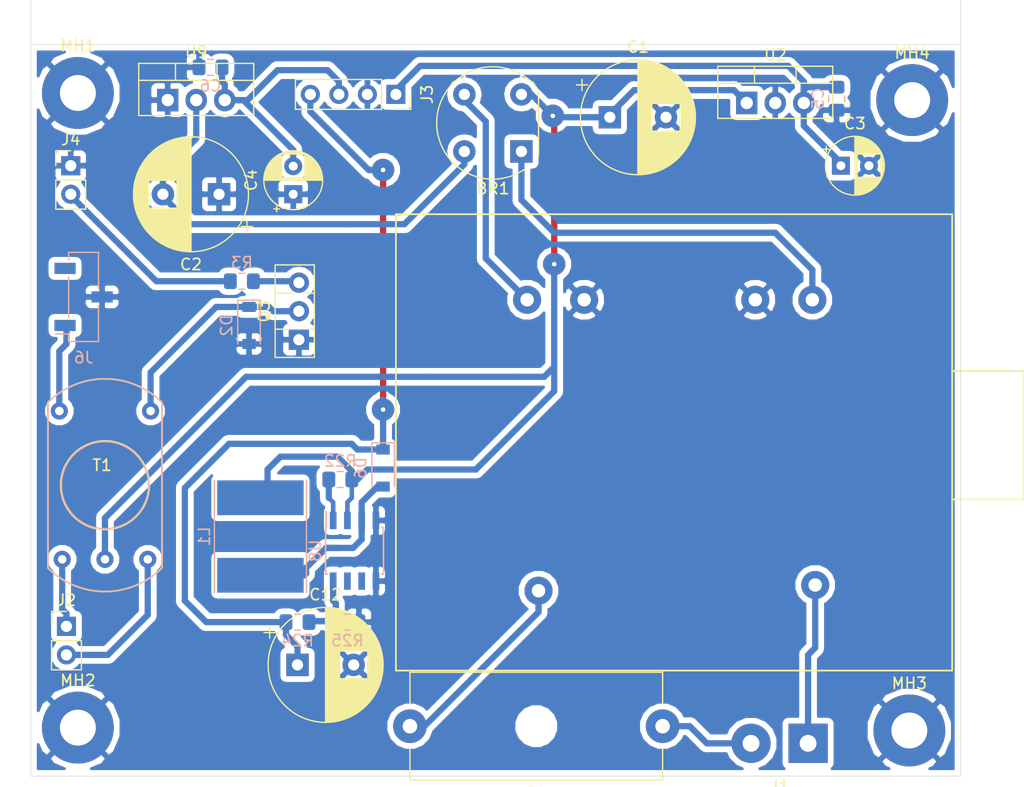
<source format=kicad_pcb>
(kicad_pcb (version 20171130) (host pcbnew 6.0.0-rc1-unknown-dc21a60~66~ubuntu16.04.1)
  (layers (0 F.Cu signal) (31 B.Cu signal) (34 B.Paste user) (35 F.Paste user) (36 B.SilkS user) (37 F.SilkS user hide) (38 B.Mask user) (39 F.Mask user) (44 Edge.Cuts user))
  (net 0 "")
  (net 1 "Net-(BR1-Pad4)")
  (net 2 /UNR_5V)
  (net 3 GND)
  (net 4 +5V)
  (net 5 -5V)
  (net 6 /240AV-)
  (net 7 +36V)
  (net 8 "Net-(D2-Pad1)")
  (net 9 /240AV+)
  (net 10 "Net-(D6-Pad2)")
  (net 11 "Net-(F1-Pad1)")
  (net 12 "Net-(R22-Pad2)")
  (net 13 "Net-(R24-Pad2)")
  (net 14 /FB2)
  (net 15 /FB1)
  (net 16 "Net-(BR1-Pad3)")
  (net 17 "Net-(BR1-Pad1)")
  (net 18 "Net-(J4-Pad2)")
  (net 19 "Net-(Q3-Pad3)")
  (net 20 "Net-(J6-Pad1)")
  (module custom:Trafo_Conrad (layer F.Cu) (at 98.806 57.15)
    (fp_text reference T2 hide)
    (fp_text value 220V-7V5 hide)
    (pad 6 thru_hole circle (at -14.986 -12.7) (size 2.5 2.5) (drill 1.2) (layers *.Cu *.Mask) (net 16 "Net-(BR1-Pad3)"))
    (pad 5 thru_hole circle (at -9.906 -12.7) (size 2.5 2.5) (drill 1.2) (layers *.Cu *.Mask) (net 3 GND))
    (pad 4 thru_hole circle (at 5.334 -12.7) (size 2.5 2.5) (drill 1.2) (layers *.Cu *.Mask) (net 3 GND))
    (pad 3 thru_hole circle (at 10.414 -12.7) (size 2.5 2.5) (drill 1.2) (layers *.Cu *.Mask) (net 17 "Net-(BR1-Pad1)"))
    (pad 2 thru_hole circle (at 10.668 12.7) (size 2.5 2.5) (drill 1.2) (layers *.Cu *.Mask) (net 6 /240AV-))
    (pad 1 thru_hole circle (at -13.97 13.208) (size 2.5 2.5) (drill 1.2) (layers *.Cu *.Mask) (net 9 /240AV+))
  )
  (module Capacitor_THT:CP_Radial_D10.0mm_P5.00mm (layer F.Cu) (at 91.186 28.194)
    (fp_text reference C1 (at 2.5 -6.25) (layer F.SilkS))
    (fp_text value 1500u/16v)
    (pad 1 thru_hole rect (at 0 0) (size 2 2) (drill 1) (layers *.Cu *.Mask) (net 2 /UNR_5V))
    (pad 2 thru_hole circle (at 5 0) (size 2 2) (drill 1) (layers *.Cu *.Mask) (net 3 GND))
  )
  (module Capacitor_THT:CP_Radial_D10.0mm_P5.00mm (layer F.Cu) (at 56.388 35.052 180)
    (fp_text reference C2 (at 2.5 -6.25 180) (layer F.SilkS))
    (fp_text value 1500u/16v)
    (pad 2 thru_hole circle (at 5 0 180) (size 2 2) (drill 1) (layers *.Cu *.Mask) (net 1 "Net-(BR1-Pad4)"))
    (pad 1 thru_hole rect (at 0 0 180) (size 2 2) (drill 1) (layers *.Cu *.Mask) (net 3 GND))
  )
  (module Capacitor_THT:CP_Radial_D5.0mm_P2.50mm (layer F.Cu) (at 111.76 32.512)
    (fp_text reference C3 (at 1.25 -3.75) (layer F.SilkS))
    (fp_text value 47u)
    (pad 1 thru_hole rect (at 0 0) (size 1.6 1.6) (drill 0.8) (layers *.Cu *.Mask) (net 4 +5V))
    (pad 2 thru_hole circle (at 2.5 0) (size 1.6 1.6) (drill 0.8) (layers *.Cu *.Mask) (net 3 GND))
  )
  (module Capacitor_THT:CP_Radial_D5.0mm_P2.50mm (layer F.Cu) (at 62.992 35.052 90)
    (fp_text reference C4 (at 1.25 -3.75 90) (layer F.SilkS))
    (fp_text value 47u)
    (pad 2 thru_hole circle (at 2.5 0 90) (size 1.6 1.6) (drill 0.8) (layers *.Cu *.Mask) (net 5 -5V))
    (pad 1 thru_hole rect (at 0 0 90) (size 1.6 1.6) (drill 0.8) (layers *.Cu *.Mask) (net 3 GND))
  )
  (module Capacitor_SMD:C_0805_2012Metric_Pad1.15x1.40mm_HandSolder (layer B.Cu) (at 111.379 26.543 270)
    (fp_text reference C5 (at 0 1.65 270) (layer B.SilkS) (effects (justify mirror)))
    (fp_text value 330n)
    (pad 1 smd roundrect (at -1.025 0 270) (size 1.15 1.4) (layers B.Cu B.Paste B.Mask) (roundrect_rratio 0.217391) (net 4 +5V))
    (pad 2 smd roundrect (at 1.025 0 270) (size 1.15 1.4) (layers B.Cu B.Paste B.Mask) (roundrect_rratio 0.217391) (net 3 GND))
  )
  (module Capacitor_SMD:C_0805_2012Metric_Pad1.15x1.40mm_HandSolder (layer B.Cu) (at 55.626 23.749)
    (fp_text reference C6 (at 0 1.65) (layer B.SilkS) (effects (justify mirror)))
    (fp_text value 330n)
    (pad 2 smd roundrect (at 1.025 0) (size 1.15 1.4) (layers B.Cu B.Paste B.Mask) (roundrect_rratio 0.217391) (net 5 -5V))
    (pad 1 smd roundrect (at -1.025 0) (size 1.15 1.4) (layers B.Cu B.Paste B.Mask) (roundrect_rratio 0.217391) (net 3 GND))
  )
  (module Capacitor_THT:CP_Radial_D10.0mm_P5.00mm (layer F.Cu) (at 63.373 76.962)
    (fp_text reference C12 (at 2.5 -6.25) (layer F.SilkS))
    (fp_text value 220uF)
    (pad 1 thru_hole rect (at 0 0) (size 2 2) (drill 1) (layers *.Cu *.Mask) (net 7 +36V))
    (pad 2 thru_hole circle (at 5 0) (size 2 2) (drill 1) (layers *.Cu *.Mask) (net 3 GND))
  )
  (module Diode_SMD:D_SOD-123 (layer B.Cu) (at 59.055 46.736 270)
    (fp_text reference D2 (at 0 2 270) (layer B.SilkS) (effects (justify mirror)))
    (fp_text value SD103BW)
    (pad 1 smd rect (at -1.65 0 270) (size 0.9 1.2) (layers B.Cu B.Paste B.Mask) (net 8 "Net-(D2-Pad1)"))
    (pad 2 smd rect (at 1.65 0 270) (size 0.9 1.2) (layers B.Cu B.Paste B.Mask) (net 3 GND))
  )
  (module Diode_SMD:D_SOD-123 (layer B.Cu) (at 70.993 59.436 270)
    (fp_text reference D6 (at 0 2 270) (layer B.SilkS) (effects (justify mirror)))
    (fp_text value SD103BW)
    (pad 2 smd rect (at 1.65 0 270) (size 0.9 1.2) (layers B.Cu B.Paste B.Mask) (net 10 "Net-(D6-Pad2)"))
    (pad 1 smd rect (at -1.65 0 270) (size 0.9 1.2) (layers B.Cu B.Paste B.Mask) (net 7 +36V))
  )
  (module Fuse:Fuseholder_Cylinder-5x20mm_Schurter_0031_8201_Horizontal_Open (layer F.Cu) (at 95.885 82.423 180)
    (fp_text reference F1 (at 11.25 -6 180) (layer F.SilkS))
    (fp_text value 0.5A)
    (pad 1 thru_hole circle (at 0 0 180) (size 3 3) (drill 1.3) (layers *.Cu *.Mask) (net 11 "Net-(F1-Pad1)"))
    (pad 2 thru_hole circle (at 22.5 0 180) (size 3 3) (drill 1.3) (layers *.Cu *.Mask) (net 9 /240AV+))
    (pad "" np_thru_hole circle (at 11.25 0 180) (size 2.7 2.7) (drill 2.7) (layers *.Cu *.Mask))
  )
  (module Connector_Wire:SolderWirePad_1x02_P5.08mm_Drill1.5mm (layer F.Cu) (at 108.839 83.947 180)
    (fp_text reference J1 (at 2.54 -3.81 180) (layer F.SilkS))
    (fp_text value PWR_MAIN_LINE)
    (pad 1 thru_hole rect (at 0 0 180) (size 3.50012 3.50012) (drill 1.50114) (layers *.Cu *.Mask) (net 6 /240AV-))
    (pad 2 thru_hole circle (at 5.08 0 180) (size 3.50012 3.50012) (drill 1.50114) (layers *.Cu *.Mask) (net 11 "Net-(F1-Pad1)"))
  )
  (module Resistor_SMD:R_0805_2012Metric_Pad1.15x1.40mm_HandSolder (layer B.Cu) (at 58.42 42.799 180)
    (fp_text reference R3 (at 0 1.65 180) (layer B.SilkS) (effects (justify mirror)))
    (fp_text value 1k)
    (pad 1 smd roundrect (at -1.025 0 180) (size 1.15 1.4) (layers B.Cu B.Paste B.Mask) (roundrect_rratio 0.217391) (net 19 "Net-(Q3-Pad3)"))
    (pad 2 smd roundrect (at 1.025 0 180) (size 1.15 1.4) (layers B.Cu B.Paste B.Mask) (roundrect_rratio 0.217391) (net 18 "Net-(J4-Pad2)"))
  )
  (module Resistor_SMD:R_0805_2012Metric_Pad1.15x1.40mm_HandSolder (layer B.Cu) (at 67.183 60.452 180)
    (fp_text reference R22 (at 0 1.65 180) (layer B.SilkS) (effects (justify mirror)))
    (fp_text value 220)
    (pad 2 smd roundrect (at 1.025 0 180) (size 1.15 1.4) (layers B.Cu B.Paste B.Mask) (roundrect_rratio 0.217391) (net 12 "Net-(R22-Pad2)"))
    (pad 1 smd roundrect (at -1.025 0 180) (size 1.15 1.4) (layers B.Cu B.Paste B.Mask) (roundrect_rratio 0.217391) (net 2 /UNR_5V))
  )
  (module Resistor_SMD:R_0805_2012Metric_Pad1.15x1.40mm_HandSolder (layer B.Cu) (at 63.373 73.152)
    (fp_text reference R24 (at 0 1.65) (layer B.SilkS) (effects (justify mirror)))
    (fp_text value 1M)
    (pad 1 smd roundrect (at -1.025 0) (size 1.15 1.4) (layers B.Cu B.Paste B.Mask) (roundrect_rratio 0.217391) (net 7 +36V))
    (pad 2 smd roundrect (at 1.025 0) (size 1.15 1.4) (layers B.Cu B.Paste B.Mask) (roundrect_rratio 0.217391) (net 13 "Net-(R24-Pad2)"))
  )
  (module Resistor_SMD:R_0805_2012Metric_Pad1.15x1.40mm_HandSolder (layer B.Cu) (at 67.818 73.152)
    (fp_text reference R25 (at 0 1.65) (layer B.SilkS) (effects (justify mirror)))
    (fp_text value 6k8)
    (pad 2 smd roundrect (at 1.025 0) (size 1.15 1.4) (layers B.Cu B.Paste B.Mask) (roundrect_rratio 0.217391) (net 3 GND))
    (pad 1 smd roundrect (at -1.025 0) (size 1.15 1.4) (layers B.Cu B.Paste B.Mask) (roundrect_rratio 0.217391) (net 13 "Net-(R24-Pad2)"))
  )
  (module Package_TO_SOT_THT:TO-220-3_Vertical (layer F.Cu) (at 103.378 26.924)
    (fp_text reference U2 (at 2.54 -4.27) (layer F.SilkS))
    (fp_text value L7805)
    (pad 1 thru_hole rect (at 0 0) (size 1.905 2) (drill 1.1) (layers *.Cu *.Mask) (net 2 /UNR_5V))
    (pad 2 thru_hole oval (at 2.54 0) (size 1.905 2) (drill 1.1) (layers *.Cu *.Mask) (net 3 GND))
    (pad 3 thru_hole oval (at 5.08 0) (size 1.905 2) (drill 1.1) (layers *.Cu *.Mask) (net 4 +5V))
  )
  (module Package_SO:SOIC-8_3.9x4.9mm_P1.27mm (layer B.Cu) (at 68.453 66.802 270)
    (fp_text reference U8 (at 0 3.5 270) (layer B.SilkS) (effects (justify mirror)))
    (fp_text value LT1073)
    (pad 1 smd rect (at -2.7 1.905 270) (size 1.55 0.6) (layers B.Cu B.Paste B.Mask) (net 12 "Net-(R22-Pad2)"))
    (pad 2 smd rect (at -2.7 0.635 270) (size 1.55 0.6) (layers B.Cu B.Paste B.Mask) (net 2 /UNR_5V))
    (pad 3 smd rect (at -2.7 -0.635 270) (size 1.55 0.6) (layers B.Cu B.Paste B.Mask) (net 10 "Net-(D6-Pad2)"))
    (pad 4 smd rect (at -2.7 -1.905 270) (size 1.55 0.6) (layers B.Cu B.Paste B.Mask) (net 3 GND))
    (pad 5 smd rect (at 2.7 -1.905 270) (size 1.55 0.6) (layers B.Cu B.Paste B.Mask) (net 3 GND))
    (pad 6 smd rect (at 2.7 -0.635 270) (size 1.55 0.6) (layers B.Cu B.Paste B.Mask))
    (pad 7 smd rect (at 2.7 0.635 270) (size 1.55 0.6) (layers B.Cu B.Paste B.Mask))
    (pad 8 smd rect (at 2.7 1.905 270) (size 1.55 0.6) (layers B.Cu B.Paste B.Mask) (net 13 "Net-(R24-Pad2)"))
  )
  (module Package_TO_SOT_THT:TO-220-3_Vertical (layer F.Cu) (at 51.816 26.67)
    (fp_text reference U9 (at 2.54 -4.27) (layer F.SilkS))
    (fp_text value L7905)
    (pad 1 thru_hole rect (at 0 0) (size 1.905 2) (drill 1.1) (layers *.Cu *.Mask) (net 3 GND))
    (pad 2 thru_hole oval (at 2.54 0) (size 1.905 2) (drill 1.1) (layers *.Cu *.Mask) (net 1 "Net-(BR1-Pad4)"))
    (pad 3 thru_hole oval (at 5.08 0) (size 1.905 2) (drill 1.1) (layers *.Cu *.Mask) (net 5 -5V))
  )
  (module Connector_PinHeader_2.54mm:PinHeader_1x02_P2.54mm_Vertical (layer F.Cu) (at 42.799 73.533)
    (fp_text reference J2 (at 0 -2.33) (layer F.SilkS))
    (fp_text value FB_OUT)
    (pad 1 thru_hole rect (at 0 0) (size 1.7 1.7) (drill 1) (layers *.Cu *.Mask) (net 15 /FB1))
    (pad 2 thru_hole oval (at 0 2.54) (size 1.7 1.7) (drill 1) (layers *.Cu *.Mask) (net 14 /FB2))
  )
  (module custom:Transformer_toroid_v_18mm (layer F.Cu) (at 46.228 60.96 180)
    (fp_text reference T1 (at 0.254 1.778 180) (layer F.SilkS))
    (fp_text value RingTrafo_40U)
    (pad 5 thru_hole circle (at 3.81 -6.604 180) (size 1.524 1.524) (drill 0.762) (layers *.Cu *.Mask) (net 15 /FB1))
    (pad 4 thru_hole circle (at 0 -6.604 180) (size 1.524 1.524) (drill 0.762) (layers *.Cu *.Mask) (net 2 /UNR_5V))
    (pad 3 thru_hole circle (at -3.81 -6.604 180) (size 1.524 1.524) (drill 0.762) (layers *.Cu *.Mask) (net 14 /FB2))
    (pad 2 thru_hole circle (at 4.064 6.604 180) (size 1.524 1.524) (drill 0.762) (layers *.Cu *.Mask) (net 20 "Net-(J6-Pad1)"))
    (pad 1 thru_hole circle (at -4.064 6.604 180) (size 1.524 1.524) (drill 0.762) (layers *.Cu *.Mask) (net 8 "Net-(D2-Pad1)"))
  )
  (module Connector_PinSocket_2.54mm:PinSocket_1x04_P2.54mm_Vertical (layer F.Cu) (at 72.136 26.162 270)
    (fp_text reference J3 (at 0 -2.77 270) (layer F.SilkS))
    (fp_text value Conn_01x04)
    (pad 1 thru_hole rect (at 0 0 270) (size 1.7 1.7) (drill 1) (layers *.Cu *.Mask) (net 4 +5V))
    (pad 2 thru_hole oval (at 0 2.54 270) (size 1.7 1.7) (drill 1) (layers *.Cu *.Mask) (net 3 GND))
    (pad 3 thru_hole oval (at 0 5.08 270) (size 1.7 1.7) (drill 1) (layers *.Cu *.Mask) (net 5 -5V))
    (pad 4 thru_hole oval (at 0 7.62 270) (size 1.7 1.7) (drill 1) (layers *.Cu *.Mask) (net 7 +36V))
  )
  (module MountingHole:MountingHole_3.2mm_M3_Pad (layer F.Cu) (at 43.815 26.035)
    (fp_text reference MH1 (at 0 -4.2) (layer F.SilkS))
    (fp_text value MountingHole_Pad)
    (pad 1 thru_hole circle (at 0 0) (size 6.4 6.4) (drill 3.2) (layers *.Cu *.Mask) (net 3 GND))
  )
  (module MountingHole:MountingHole_3.2mm_M3_Pad (layer F.Cu) (at 43.815 82.55)
    (fp_text reference MH2 (at 0 -4.2) (layer F.SilkS))
    (fp_text value MountingHole_Pad)
    (pad 1 thru_hole circle (at 0 0) (size 6.4 6.4) (drill 3.2) (layers *.Cu *.Mask) (net 3 GND))
  )
  (module MountingHole:MountingHole_3.2mm_M3_Pad (layer F.Cu) (at 117.856 82.804)
    (fp_text reference MH3 (at 0 -4.2) (layer F.SilkS))
    (fp_text value MountingHole_Pad)
    (pad 1 thru_hole circle (at 0 0) (size 6.4 6.4) (drill 3.2) (layers *.Cu *.Mask) (net 3 GND))
  )
  (module MountingHole:MountingHole_3.2mm_M3_Pad (layer F.Cu) (at 118.11 26.67)
    (fp_text reference MH4 (at 0 -4.2) (layer F.SilkS))
    (fp_text value MountingHole_Pad)
    (pad 1 thru_hole circle (at 0 0) (size 6.4 6.4) (drill 3.2) (layers *.Cu *.Mask) (net 3 GND))
  )
  (module Inductor_SMD:L_Taiyo-Yuden_NR-80xx_HandSoldering (layer B.Cu) (at 60.071 65.532 270)
    (fp_text reference L1 (at 0 5 270) (layer B.SilkS) (effects (justify mirror)))
    (fp_text value 330)
    (pad 1 smd rect (at -3.45 0 270) (size 3.1 7.7) (layers B.Cu B.Paste B.Mask) (net 2 /UNR_5V))
    (pad 2 smd rect (at 3.45 0 270) (size 3.1 7.7) (layers B.Cu B.Paste B.Mask) (net 10 "Net-(D6-Pad2)"))
  )
  (module Diode_THT:Diode_Bridge_Round_D9.8mm (layer F.Cu) (at 83.312 31.242 180)
    (fp_text reference BR1 (at 2.54 -3.302 180) (layer F.SilkS))
    (fp_text value B_graetz_+a-a)
    (pad 4 thru_hole oval (at 5.08 0 180) (size 2 2) (drill 1) (layers *.Cu *.Mask) (net 1 "Net-(BR1-Pad4)"))
    (pad 2 thru_hole oval (at 0 5.08 180) (size 2 2) (drill 1) (layers *.Cu *.Mask) (net 2 /UNR_5V))
    (pad 3 thru_hole oval (at 5.08 5.08 180) (size 2 2) (drill 1) (layers *.Cu *.Mask) (net 16 "Net-(BR1-Pad3)"))
    (pad 1 thru_hole rect (at 0 0 180) (size 2 2) (drill 1) (layers *.Cu *.Mask) (net 17 "Net-(BR1-Pad1)"))
  )
  (module Package_TO_SOT_THT:TO-126-3_Vertical (layer F.Cu) (at 63.5 48.006 90)
    (fp_text reference Q3 (at 2.54 -3.12 90) (layer F.SilkS))
    (fp_text value 2SD669)
    (pad 1 thru_hole rect (at 0 0 90) (size 1.8 1.8) (drill 1) (layers *.Cu *.Mask) (net 3 GND))
    (pad 2 thru_hole oval (at 2.54 0 90) (size 1.8 1.8) (drill 1) (layers *.Cu *.Mask) (net 8 "Net-(D2-Pad1)"))
    (pad 3 thru_hole oval (at 5.08 0 90) (size 1.8 1.8) (drill 1) (layers *.Cu *.Mask) (net 19 "Net-(Q3-Pad3)"))
  )
  (module Connector_PinHeader_2.54mm:PinHeader_1x02_P2.54mm_Vertical (layer F.Cu) (at 43.18 32.512)
    (fp_text reference J4 (at 0 -2.33) (layer F.SilkS))
    (fp_text value FB_IN)
    (pad 1 thru_hole rect (at 0 0) (size 1.7 1.7) (drill 1) (layers *.Cu *.Mask) (net 3 GND))
    (pad 2 thru_hole oval (at 0 2.54) (size 1.7 1.7) (drill 1) (layers *.Cu *.Mask) (net 18 "Net-(J4-Pad2)"))
  )
  (module Connector_PinSocket_2.54mm:PinSocket_1x03_P2.54mm_Vertical_SMD_Pin1Left (layer B.Cu) (at 44.323 44.196)
    (fp_text reference J6 (at 0 5.41) (layer B.SilkS) (effects (justify mirror)))
    (fp_text value Conn_01x03)
    (pad 1 smd rect (at -1.65 2.54) (size 1.9 1) (layers B.Cu B.Paste B.Mask) (net 20 "Net-(J6-Pad1)"))
    (pad 3 smd rect (at -1.65 -2.54) (size 1.9 1) (layers B.Cu B.Paste B.Mask))
    (pad 2 smd rect (at 1.65 0) (size 1.9 1) (layers B.Cu B.Paste B.Mask) (net 3 GND))
  )
  (gr_line (start 39.624 21.717) (end 122.428 21.717) (angle 90) (layer Edge.Cuts) (width 0.05))
  (gr_line (start 39.624 86.868) (end 39.624 17.78) (angle 90) (layer Edge.Cuts) (width 0.05))
  (gr_line (start 122.428 86.868) (end 39.624 86.868) (angle 90) (layer Edge.Cuts) (width 0.05))
  (gr_line (start 122.428 17.78) (end 122.428 86.868) (angle 90) (layer Edge.Cuts) (width 0.05))
  (segment (start 51.388 35.052) (end 51.388 35.259) (width 0.5588) (layer B.Cu) (net 1))
  (segment (start 51.388 35.259) (end 53.848 37.719) (width 0.5588) (layer B.Cu) (net 1))
  (segment (start 53.848 37.719) (end 67.818 37.719) (width 0.5588) (layer B.Cu) (net 1))
  (segment (start 78.232 31.242) (end 78.232 32.385) (width 0.5588) (layer B.Cu) (net 1))
  (segment (start 72.898 37.719) (end 70.993 37.719) (width 0.5588) (layer B.Cu) (net 1))
  (segment (start 78.232 32.385) (end 72.898 37.719) (width 0.5588) (layer B.Cu) (net 1))
  (segment (start 70.993 37.719) (end 67.818 37.719) (width 0.5588) (layer B.Cu) (net 1))
  (segment (start 54.356 26.67) (end 54.356 30.099) (width 0.5588) (layer B.Cu) (net 1))
  (segment (start 51.388 33.067) (end 51.388 35.052) (width 0.5588) (layer B.Cu) (net 1))
  (segment (start 54.356 30.099) (end 51.388 33.067) (width 0.5588) (layer B.Cu) (net 1))
  (segment (start 67.818 64.102) (end 67.818 62.484) (width 0.4064) (layer B.Cu) (net 2))
  (segment (start 67.818 62.484) (end 68.208 62.094) (width 0.4064) (layer B.Cu) (net 2))
  (segment (start 68.208 62.094) (end 68.208 60.452) (width 0.4064) (layer B.Cu) (net 2))
  (segment (start 68.208 60.452) (end 68.707 60.452) (width 0.5588) (layer B.Cu) (net 2))
  (segment (start 84.709 54.102) (end 79.248 59.563) (width 0.5588) (layer B.Cu) (net 2))
  (segment (start 79.248 59.563) (end 70.993 59.563) (width 0.5588) (layer B.Cu) (net 2))
  (segment (start 68.707 60.452) (end 69.596 59.563) (width 0.5588) (layer B.Cu) (net 2))
  (segment (start 69.596 59.563) (end 70.993 59.563) (width 0.5588) (layer B.Cu) (net 2))
  (segment (start 60.706 62.082) (end 60.706 59.563) (width 0.5588) (layer B.Cu) (net 2))
  (segment (start 68.208 59.699) (end 68.208 60.452) (width 0.5588) (layer B.Cu) (net 2))
  (segment (start 66.929 58.42) (end 68.208 59.699) (width 0.5588) (layer B.Cu) (net 2))
  (segment (start 61.849 58.42) (end 66.929 58.42) (width 0.5588) (layer B.Cu) (net 2))
  (segment (start 60.706 59.563) (end 61.849 58.42) (width 0.5588) (layer B.Cu) (net 2))
  (segment (start 46.228 67.564) (end 46.228 63.881) (width 0.5588) (layer B.Cu) (net 2))
  (segment (start 58.801 51.308) (end 75.311 51.308) (width 0.5588) (layer B.Cu) (net 2))
  (segment (start 46.228 63.881) (end 58.801 51.308) (width 0.5588) (layer B.Cu) (net 2))
  (segment (start 86.233 41.275) (end 86.233 41.275) (width 0.5588) (layer B.Cu) (net 2))
  (via (at 86.233 41.275) (size 2) (drill 0.4) (layers F.Cu B.Cu) (net 2))
  (segment (start 86.233 28.194) (end 86.233 41.275) (width 0.5588) (layer F.Cu) (net 2))
  (via (at 86.106 28.067) (size 2) (drill 0.4) (layers F.Cu B.Cu) (net 2))
  (segment (start 86.106 28.067) (end 86.233 28.194) (width 0.5588) (layer F.Cu) (net 2))
  (segment (start 75.311 51.308) (end 82.55 51.308) (width 0.5588) (layer B.Cu) (net 2))
  (segment (start 86.233 41.275) (end 86.233 50.419) (width 0.5588) (layer B.Cu) (net 2))
  (segment (start 86.233 50.419) (end 86.233 52.578) (width 0.5588) (layer B.Cu) (net 2))
  (segment (start 86.233 52.578) (end 84.709 54.102) (width 0.5588) (layer B.Cu) (net 2))
  (segment (start 82.55 51.308) (end 85.344 51.308) (width 0.5588) (layer B.Cu) (net 2))
  (segment (start 85.344 51.308) (end 86.233 50.419) (width 0.5588) (layer B.Cu) (net 2))
  (segment (start 91.186 28.194) (end 91.186 27.94) (width 0.5588) (layer B.Cu) (net 2))
  (segment (start 102.235 25.781) (end 103.378 26.924) (width 0.5588) (layer B.Cu) (net 2))
  (segment (start 93.345 25.781) (end 102.235 25.781) (width 0.5588) (layer B.Cu) (net 2))
  (segment (start 91.186 27.94) (end 93.345 25.781) (width 0.5588) (layer B.Cu) (net 2))
  (segment (start 83.312 26.162) (end 84.201 26.162) (width 0.5588) (layer B.Cu) (net 2))
  (segment (start 84.201 26.162) (end 86.106 28.067) (width 0.5588) (layer B.Cu) (net 2))
  (segment (start 91.186 28.194) (end 86.233 28.194) (width 0.5588) (layer B.Cu) (net 2))
  (segment (start 86.233 28.194) (end 86.106 28.067) (width 0.5588) (layer B.Cu) (net 2))
  (segment (start 108.458 26.924) (end 108.458 25.781) (width 0.5588) (layer B.Cu) (net 4))
  (segment (start 108.721 25.518) (end 111.379 25.518) (width 0.5588) (layer B.Cu) (net 4))
  (segment (start 108.458 25.781) (end 108.721 25.518) (width 0.5588) (layer B.Cu) (net 4))
  (segment (start 108.458 26.924) (end 108.458 25.019) (width 0.5588) (layer B.Cu) (net 4))
  (segment (start 111.76 32.512) (end 111.76 32.258) (width 0.5588) (layer B.Cu) (net 4))
  (segment (start 108.458 28.956) (end 108.458 26.924) (width 0.5588) (layer B.Cu) (net 4))
  (segment (start 111.76 32.258) (end 108.458 28.956) (width 0.5588) (layer B.Cu) (net 4))
  (segment (start 72.136 26.162) (end 72.136 25.781) (width 0.5588) (layer B.Cu) (net 4))
  (segment (start 107.061 23.622) (end 108.458 25.019) (width 0.5588) (layer B.Cu) (net 4))
  (segment (start 74.295 23.622) (end 107.061 23.622) (width 0.5588) (layer B.Cu) (net 4))
  (segment (start 72.136 25.781) (end 74.295 23.622) (width 0.5588) (layer B.Cu) (net 4))
  (segment (start 108.458 25.019) (end 108.458 26.924) (width 0.5588) (layer B.Cu) (net 4))
  (segment (start 62.992 32.552) (end 62.992 31.115) (width 0.5588) (layer B.Cu) (net 5))
  (segment (start 58.547 26.67) (end 56.896 26.67) (width 0.5588) (layer B.Cu) (net 5))
  (segment (start 62.992 31.115) (end 58.547 26.67) (width 0.5588) (layer B.Cu) (net 5))
  (segment (start 56.896 26.67) (end 56.896 25.273) (width 0.5588) (layer B.Cu) (net 5))
  (segment (start 56.651 25.028) (end 56.651 23.749) (width 0.5588) (layer B.Cu) (net 5))
  (segment (start 56.896 25.273) (end 56.651 25.028) (width 0.5588) (layer B.Cu) (net 5))
  (segment (start 56.896 26.67) (end 58.928 26.67) (width 0.5588) (layer B.Cu) (net 5))
  (segment (start 67.056 25.019) (end 67.056 26.162) (width 0.5588) (layer B.Cu) (net 5))
  (segment (start 66.04 24.003) (end 67.056 25.019) (width 0.5588) (layer B.Cu) (net 5))
  (segment (start 61.595 24.003) (end 66.04 24.003) (width 0.5588) (layer B.Cu) (net 5))
  (segment (start 58.928 26.67) (end 61.595 24.003) (width 0.5588) (layer B.Cu) (net 5))
  (segment (start 108.839 83.947) (end 108.839 76.073) (width 0.5588) (layer B.Cu) (net 6))
  (segment (start 109.474 75.438) (end 109.474 69.85) (width 0.5588) (layer B.Cu) (net 6))
  (segment (start 108.839 76.073) (end 109.474 75.438) (width 0.5588) (layer B.Cu) (net 6))
  (segment (start 70.993 57.786) (end 68.708 57.786) (width 0.5588) (layer B.Cu) (net 7))
  (segment (start 68.708 57.786) (end 68.199 57.277) (width 0.5588) (layer B.Cu) (net 7))
  (segment (start 68.199 57.277) (end 58.166 57.277) (width 0.5588) (layer B.Cu) (net 7))
  (segment (start 63.373 76.962) (end 63.373 75.311) (width 0.5588) (layer B.Cu) (net 7))
  (segment (start 62.348 74.286) (end 62.348 73.152) (width 0.5588) (layer B.Cu) (net 7))
  (segment (start 63.373 75.311) (end 62.348 74.286) (width 0.5588) (layer B.Cu) (net 7))
  (segment (start 70.993 57.786) (end 70.993 53.34) (width 0.5588) (layer B.Cu) (net 7))
  (via (at 70.993 32.893) (size 2) (drill 0.4) (layers F.Cu B.Cu) (net 7))
  (segment (start 70.993 53.34) (end 70.993 32.893) (width 0.5588) (layer F.Cu) (net 7))
  (via (at 70.993 54.229) (size 2) (drill 0.4) (layers F.Cu B.Cu) (net 7))
  (segment (start 58.166 57.277) (end 57.277 57.277) (width 0.5588) (layer B.Cu) (net 7))
  (segment (start 57.277 57.277) (end 54.991 59.563) (width 0.5588) (layer B.Cu) (net 7))
  (segment (start 62.348 73.152) (end 55.245 73.152) (width 0.5588) (layer B.Cu) (net 7))
  (segment (start 53.34 61.214) (end 54.991 59.563) (width 0.5588) (layer B.Cu) (net 7))
  (segment (start 53.34 71.247) (end 53.34 61.214) (width 0.5588) (layer B.Cu) (net 7))
  (segment (start 55.245 73.152) (end 53.34 71.247) (width 0.5588) (layer B.Cu) (net 7))
  (segment (start 64.516 26.162) (end 64.516 27.686) (width 0.5588) (layer B.Cu) (net 7))
  (segment (start 69.723 32.893) (end 70.993 32.893) (width 0.5588) (layer B.Cu) (net 7))
  (segment (start 64.516 27.686) (end 69.723 32.893) (width 0.5588) (layer B.Cu) (net 7))
  (segment (start 50.292 54.356) (end 50.292 50.927) (width 0.5588) (layer B.Cu) (net 8))
  (segment (start 56.133 45.086) (end 59.055 45.086) (width 0.5588) (layer B.Cu) (net 8))
  (segment (start 50.292 50.927) (end 56.133 45.086) (width 0.5588) (layer B.Cu) (net 8))
  (segment (start 63.5 45.466) (end 61.214 45.466) (width 0.5588) (layer B.Cu) (net 8))
  (segment (start 60.834 45.086) (end 59.055 45.086) (width 0.5588) (layer B.Cu) (net 8))
  (segment (start 61.214 45.466) (end 60.834 45.086) (width 0.5588) (layer B.Cu) (net 8))
  (segment (start 84.836 72.009) (end 84.836 70.358) (width 0.5588) (layer B.Cu) (net 9))
  (segment (start 73.385 82.423) (end 74.676 82.423) (width 0.5588) (layer B.Cu) (net 9))
  (segment (start 84.836 72.263) (end 84.836 70.358) (width 0.5588) (layer B.Cu) (net 9))
  (segment (start 74.676 82.423) (end 84.836 72.263) (width 0.5588) (layer B.Cu) (net 9))
  (segment (start 60.833 68.453) (end 58.039 68.453) (width 0.4064) (layer B.Cu) (net 10))
  (segment (start 69.088 64.102) (end 69.088 62.484) (width 0.5588) (layer B.Cu) (net 10))
  (segment (start 70.486 61.086) (end 70.993 61.086) (width 0.5588) (layer B.Cu) (net 10))
  (segment (start 69.088 62.484) (end 70.486 61.086) (width 0.5588) (layer B.Cu) (net 10))
  (segment (start 69.088 65.786) (end 69.088 64.102) (width 0.5588) (layer B.Cu) (net 10))
  (segment (start 68.326 66.548) (end 69.088 65.786) (width 0.5588) (layer B.Cu) (net 10))
  (segment (start 65.913 66.548) (end 66.929 66.548) (width 0.5588) (layer B.Cu) (net 10))
  (segment (start 66.929 66.548) (end 68.326 66.548) (width 0.5588) (layer B.Cu) (net 10))
  (segment (start 60.071 68.982) (end 63.987 68.982) (width 0.5588) (layer B.Cu) (net 10))
  (segment (start 64.135 68.326) (end 65.913 66.548) (width 0.5588) (layer B.Cu) (net 10))
  (segment (start 64.135 68.834) (end 64.135 68.326) (width 0.5588) (layer B.Cu) (net 10))
  (segment (start 63.987 68.982) (end 64.135 68.834) (width 0.5588) (layer B.Cu) (net 10))
  (segment (start 65.913 66.548) (end 66.929 66.548) (width 0.5588) (layer B.Cu) (net 10))
  (segment (start 95.885 82.423) (end 98.298 82.423) (width 0.5588) (layer B.Cu) (net 11))
  (segment (start 99.822 83.947) (end 103.759 83.947) (width 0.5588) (layer B.Cu) (net 11))
  (segment (start 98.298 82.423) (end 99.822 83.947) (width 0.5588) (layer B.Cu) (net 11))
  (segment (start 66.548 64.102) (end 66.548 62.484) (width 0.4064) (layer B.Cu) (net 12))
  (segment (start 66.548 62.484) (end 66.158 62.094) (width 0.4064) (layer B.Cu) (net 12))
  (segment (start 66.158 60.452) (end 66.158 62.094) (width 0.5588) (layer B.Cu) (net 12))
  (segment (start 66.548 72.907) (end 66.793 73.152) (width 0.25) (layer B.Cu) (net 13))
  (segment (start 66.548 72.907) (end 64.643 72.907) (width 0.25) (layer B.Cu) (net 13))
  (segment (start 64.643 72.907) (end 64.398 73.152) (width 0.25) (layer B.Cu) (net 13))
  (segment (start 64.398 73.152) (end 66.793 73.152) (width 0.4064) (layer B.Cu) (net 13))
  (segment (start 66.548 69.502) (end 66.548 71.247) (width 0.5588) (layer B.Cu) (net 13))
  (segment (start 66.793 71.492) (end 66.793 73.152) (width 0.5588) (layer B.Cu) (net 13))
  (segment (start 66.548 71.247) (end 66.793 71.492) (width 0.5588) (layer B.Cu) (net 13))
  (segment (start 50.038 67.564) (end 50.038 72.517) (width 0.5588) (layer B.Cu) (net 14))
  (segment (start 46.482 76.073) (end 42.799 76.073) (width 0.5588) (layer B.Cu) (net 14))
  (segment (start 50.038 72.517) (end 46.482 76.073) (width 0.5588) (layer B.Cu) (net 14))
  (segment (start 42.799 73.533) (end 42.799 72.39) (width 0.5588) (layer B.Cu) (net 15))
  (segment (start 42.418 72.009) (end 42.418 67.564) (width 0.5588) (layer B.Cu) (net 15))
  (segment (start 42.799 72.39) (end 42.418 72.009) (width 0.5588) (layer B.Cu) (net 15))
  (segment (start 78.232 26.162) (end 78.232 26.67) (width 0.5588) (layer B.Cu) (net 16))
  (segment (start 80.137 40.767) (end 83.82 44.45) (width 0.5588) (layer B.Cu) (net 16))
  (segment (start 80.137 28.575) (end 80.137 40.767) (width 0.5588) (layer B.Cu) (net 16))
  (segment (start 78.232 26.67) (end 80.137 28.575) (width 0.5588) (layer B.Cu) (net 16))
  (segment (start 109.22 44.45) (end 109.22 41.783) (width 0.5588) (layer B.Cu) (net 17))
  (segment (start 109.22 41.783) (end 105.918 38.481) (width 0.5588) (layer B.Cu) (net 17))
  (segment (start 105.918 38.481) (end 86.233 38.481) (width 0.5588) (layer B.Cu) (net 17))
  (segment (start 83.312 31.242) (end 83.312 35.56) (width 0.5588) (layer B.Cu) (net 17))
  (segment (start 83.312 35.56) (end 86.233 38.481) (width 0.5588) (layer B.Cu) (net 17))
  (segment (start 43.18 35.052) (end 43.18 35.179) (width 0.5588) (layer B.Cu) (net 18))
  (segment (start 50.8 42.799) (end 57.395 42.799) (width 0.5588) (layer B.Cu) (net 18))
  (segment (start 43.18 35.179) (end 50.8 42.799) (width 0.5588) (layer B.Cu) (net 18))
  (segment (start 59.445 42.799) (end 63.373 42.799) (width 0.5588) (layer B.Cu) (net 19))
  (segment (start 63.373 42.799) (end 63.5 42.926) (width 0.5588) (layer B.Cu) (net 19))
  (segment (start 42.164 54.356) (end 42.164 49.022) (width 0.5588) (layer B.Cu) (net 20))
  (segment (start 42.799 46.862) (end 42.673 46.736) (width 0.5588) (layer B.Cu) (net 20))
  (segment (start 42.799 48.387) (end 42.799 46.862) (width 0.5588) (layer B.Cu) (net 20))
  (segment (start 42.164 49.022) (end 42.799 48.387) (width 0.5588) (layer B.Cu) (net 20))
  (zone (net 3) (net_name GND) (layer B.Cu) (connect_pads (clearance 0.508)) (min_thickness 0.254) (fill yes (arc_segments 16) (thermal_gap 0.508) (thermal_bridge_width 0.508))
    (polygon (pts (xy 39.624 17.78) (xy 122.428 17.78) (xy 122.428 86.868) (xy 39.624 86.868)))
  )
)
</source>
